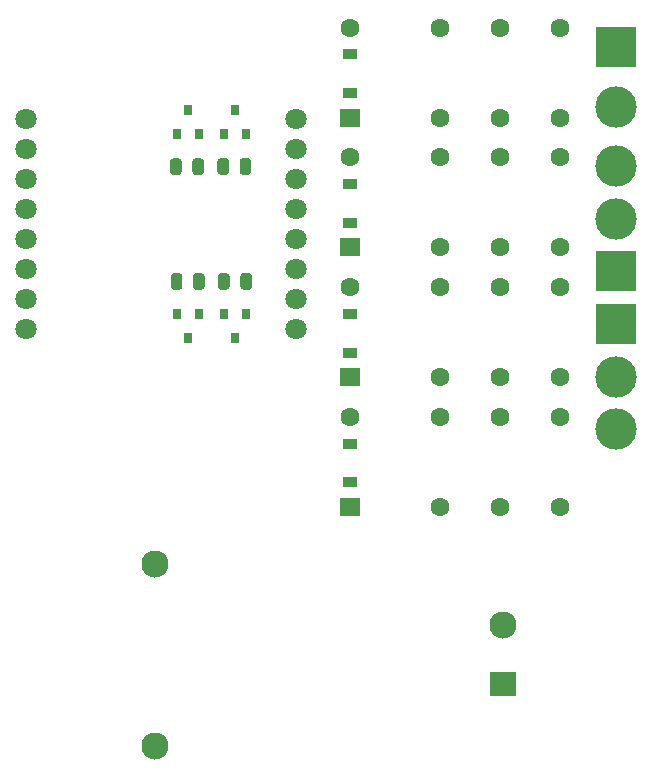
<source format=gbr>
G04 #@! TF.GenerationSoftware,KiCad,Pcbnew,(5.99.0-1932-g3091bb145)*
G04 #@! TF.CreationDate,2020-07-21T07:54:26+02:00*
G04 #@! TF.ProjectId,RESTfan,52455354-6661-46e2-9e6b-696361645f70,rev?*
G04 #@! TF.SameCoordinates,Original*
G04 #@! TF.FileFunction,Soldermask,Bot*
G04 #@! TF.FilePolarity,Negative*
%FSLAX46Y46*%
G04 Gerber Fmt 4.6, Leading zero omitted, Abs format (unit mm)*
G04 Created by KiCad (PCBNEW (5.99.0-1932-g3091bb145)) date 2020-07-21 07:54:26*
%MOMM*%
%LPD*%
G01*
G04 APERTURE LIST*
%ADD10C,2.300000*%
%ADD11R,2.300000X2.000000*%
%ADD12C,3.500120*%
%ADD13R,3.500120X3.500120*%
%ADD14C,1.800000*%
%ADD15R,0.800000X0.900000*%
%ADD16C,1.600000*%
%ADD17R,1.800000X1.600000*%
%ADD18R,1.200000X0.900000*%
G04 APERTURE END LIST*
D10*
X63000000Y-75800000D03*
X92400000Y-81000000D03*
D11*
X92400000Y-86000000D03*
D10*
X63000000Y-91200000D03*
D12*
X102000000Y-64390000D03*
X102000000Y-59945000D03*
D13*
X102000000Y-55500000D03*
D12*
X102000000Y-42110000D03*
X102000000Y-46555000D03*
D13*
X102000000Y-51000000D03*
D12*
X102000000Y-37080000D03*
D13*
X102000000Y-32000000D03*
D14*
X74930000Y-55890000D03*
X52070000Y-55890000D03*
X74930000Y-53350000D03*
X52070000Y-53350000D03*
X74930000Y-50810000D03*
X52070000Y-50810000D03*
X74930000Y-48270000D03*
X52070000Y-48270000D03*
X74930000Y-45730000D03*
X52070000Y-45730000D03*
X74930000Y-43190000D03*
X52070000Y-43190000D03*
X74930000Y-40650000D03*
X52070000Y-40650000D03*
X74930000Y-38110000D03*
X52070000Y-38110000D03*
G36*
G01*
X66200000Y-52337500D02*
X66200000Y-51425000D01*
G75*
G02*
X66443750Y-51181250I243750J0D01*
G01*
X66931250Y-51181250D01*
G75*
G02*
X67175000Y-51425000I0J-243750D01*
G01*
X67175000Y-52337500D01*
G75*
G02*
X66931250Y-52581250I-243750J0D01*
G01*
X66443750Y-52581250D01*
G75*
G02*
X66200000Y-52337500I0J243750D01*
G01*
G37*
G36*
G01*
X64325000Y-52337500D02*
X64325000Y-51425000D01*
G75*
G02*
X64568750Y-51181250I243750J0D01*
G01*
X65056250Y-51181250D01*
G75*
G02*
X65300000Y-51425000I0J-243750D01*
G01*
X65300000Y-52337500D01*
G75*
G02*
X65056250Y-52581250I-243750J0D01*
G01*
X64568750Y-52581250D01*
G75*
G02*
X64325000Y-52337500I0J243750D01*
G01*
G37*
G36*
G01*
X70200000Y-52337500D02*
X70200000Y-51425000D01*
G75*
G02*
X70443750Y-51181250I243750J0D01*
G01*
X70931250Y-51181250D01*
G75*
G02*
X71175000Y-51425000I0J-243750D01*
G01*
X71175000Y-52337500D01*
G75*
G02*
X70931250Y-52581250I-243750J0D01*
G01*
X70443750Y-52581250D01*
G75*
G02*
X70200000Y-52337500I0J243750D01*
G01*
G37*
G36*
G01*
X68325000Y-52337500D02*
X68325000Y-51425000D01*
G75*
G02*
X68568750Y-51181250I243750J0D01*
G01*
X69056250Y-51181250D01*
G75*
G02*
X69300000Y-51425000I0J-243750D01*
G01*
X69300000Y-52337500D01*
G75*
G02*
X69056250Y-52581250I-243750J0D01*
G01*
X68568750Y-52581250D01*
G75*
G02*
X68325000Y-52337500I0J243750D01*
G01*
G37*
G36*
G01*
X69237500Y-41693750D02*
X69237500Y-42606250D01*
G75*
G02*
X68993750Y-42850000I-243750J0D01*
G01*
X68506250Y-42850000D01*
G75*
G02*
X68262500Y-42606250I0J243750D01*
G01*
X68262500Y-41693750D01*
G75*
G02*
X68506250Y-41450000I243750J0D01*
G01*
X68993750Y-41450000D01*
G75*
G02*
X69237500Y-41693750I0J-243750D01*
G01*
G37*
G36*
G01*
X71112500Y-41693750D02*
X71112500Y-42606250D01*
G75*
G02*
X70868750Y-42850000I-243750J0D01*
G01*
X70381250Y-42850000D01*
G75*
G02*
X70137500Y-42606250I0J243750D01*
G01*
X70137500Y-41693750D01*
G75*
G02*
X70381250Y-41450000I243750J0D01*
G01*
X70868750Y-41450000D01*
G75*
G02*
X71112500Y-41693750I0J-243750D01*
G01*
G37*
G36*
G01*
X65237500Y-41693750D02*
X65237500Y-42606250D01*
G75*
G02*
X64993750Y-42850000I-243750J0D01*
G01*
X64506250Y-42850000D01*
G75*
G02*
X64262500Y-42606250I0J243750D01*
G01*
X64262500Y-41693750D01*
G75*
G02*
X64506250Y-41450000I243750J0D01*
G01*
X64993750Y-41450000D01*
G75*
G02*
X65237500Y-41693750I0J-243750D01*
G01*
G37*
G36*
G01*
X67112500Y-41693750D02*
X67112500Y-42606250D01*
G75*
G02*
X66868750Y-42850000I-243750J0D01*
G01*
X66381250Y-42850000D01*
G75*
G02*
X66137500Y-42606250I0J243750D01*
G01*
X66137500Y-41693750D01*
G75*
G02*
X66381250Y-41450000I243750J0D01*
G01*
X66868750Y-41450000D01*
G75*
G02*
X67112500Y-41693750I0J-243750D01*
G01*
G37*
D15*
X65750000Y-56631250D03*
X66700000Y-54631250D03*
X64800000Y-54631250D03*
X69750000Y-56631250D03*
X70700000Y-54631250D03*
X68800000Y-54631250D03*
X69750000Y-37400000D03*
X68800000Y-39400000D03*
X70700000Y-39400000D03*
X65750000Y-37400000D03*
X64800000Y-39400000D03*
X66700000Y-39400000D03*
D16*
X92200000Y-71000000D03*
X97280000Y-71000000D03*
X87120000Y-71000000D03*
X79500000Y-63380000D03*
D17*
X79500000Y-71000000D03*
D16*
X97280000Y-63380000D03*
X92200000Y-63380000D03*
X87120000Y-63380000D03*
X92200000Y-60000000D03*
X97280000Y-60000000D03*
X87120000Y-60000000D03*
X79500000Y-52380000D03*
D17*
X79500000Y-60000000D03*
D16*
X97280000Y-52380000D03*
X92200000Y-52380000D03*
X87120000Y-52380000D03*
X92200000Y-49000000D03*
X97280000Y-49000000D03*
X87120000Y-49000000D03*
X79500000Y-41380000D03*
D17*
X79500000Y-49000000D03*
D16*
X97280000Y-41380000D03*
X92200000Y-41380000D03*
X87120000Y-41380000D03*
X92200000Y-38000000D03*
X97280000Y-38000000D03*
X87120000Y-38000000D03*
X79500000Y-30380000D03*
D17*
X79500000Y-38000000D03*
D16*
X97280000Y-30380000D03*
X92200000Y-30380000D03*
X87120000Y-30380000D03*
D18*
X79500000Y-65600000D03*
X79500000Y-68900000D03*
X79500000Y-54600000D03*
X79500000Y-57900000D03*
X79500000Y-43600000D03*
X79500000Y-46900000D03*
X79500000Y-32600000D03*
X79500000Y-35900000D03*
M02*

</source>
